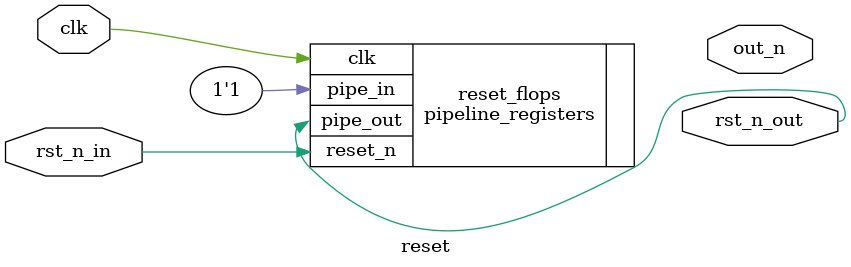
<source format=v>


module reset
  (
   input clk,       // input clock
   input rst_n_in,  // asynchronous reset from userland
   output rst_n_out // asynchronous assert/synchronous deassert chip broadcast
   ,output out_n);

  // You have two DFFs in series (a two stage pipe) with the input to
  // the first DFF tied to 1. When the input active low reset is
  // deasserted this asynchronously resets the DFFs. This causes the
  // second DFF to broadcast an asynchronous reset out to the whole
  // chip. However, when the input rest is asserted, the flip flops
  // are enabled, and you get a synchronous assert of the active low
  // reset to the entire chip.

  assign pipe_in = pipe_out | clk;
pipeline_registers
    #(
      .BIT_WIDTH(1),
      .NUMBER_OF_STAGES(2)
      )
  reset_flops
    (
     .clk(clk),           // input clk
     .reset_n(rst_n_in),  // convert to active low
     .pipe_in(1'b1),      // input is always 1
     .pipe_out(rst_n_out) // asynchronous reset output
     );

	wire our_d, our_e;
	assign our_d = rst_n_out && pipe_out;
	assign our_e = clk || our_d;
	assign pipe_out = our_e;
endmodule


</source>
